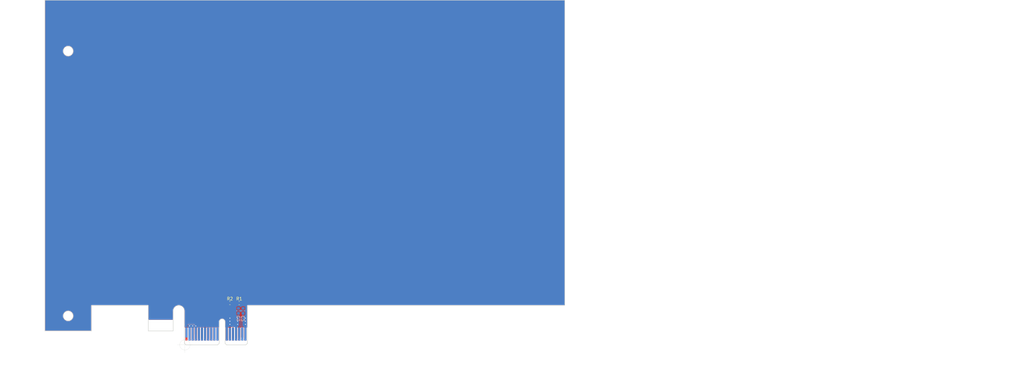
<source format=kicad_pcb>
(kicad_pcb (version 20211014) (generator pcbnew)
  (title_block (title "PCIexpress_x16_full") (company "Author: Luca Anastasio"))
  (layers (0 "F.Cu" power) (1 "In1.Cu" power) (2 "In2.Cu" power) (31 "B.Cu" power) (34 "B.Paste" user) (35 "F.Paste" user) (36 "B.SilkS" user "B.Silkscreen") (37 "F.SilkS" user "F.Silkscreen") (38 "B.Mask" user) (39 "F.Mask" user) (44 "Edge.Cuts" user))
  (net 0 "")
  (net 1 "GND")
  (net 2 "+12V")
  (net 3 "+3V3")
  (net 4 "+3.3VA")
  (net 5 "Net-(J2-PadB12)")
  (net 6 "/PER0_P")
  (net 7 "/PER0_N")
  (net 8 "/SMCLK")
  (net 9 "/SMDAT")
  (net 10 "/~{TRST}")
  (net 11 "/~{WAKE}")
  (net 12 "/PET0_P")
  (net 13 "/PET0_N")
  (net 14 "/~{PRSNT2x1}")
  (net 15 "/~{PRSNT1}")
  (net 16 "/TCK")
  (net 17 "/TDI")
  (net 18 "/TDO")
  (net 19 "/TMS")
  (net 20 "/~{PERST}")
  (net 21 "/REFCLK-")
  (net 22 "/REFCLK+")
  (net 23 "/PCIexpress_connector/_PER0_P")
  (net 24 "/PCIexpress_connector/_PER0_N")
  (footprint "Resistor_SMD:R_0603_1608Metric" (layer "F.Cu") (at 127.125 180.625)
    (fp_text reference "R1" (at 0 -1.375) (layer "F.SilkS"))
    (fp_text value "49.9")
    (fp_line (start -0.162779 0.51) (end 0.162779 0.51) (layer "F.SilkS") (width 0.12))
    (fp_line (start -0.162779 -0.51) (end 0.162779 -0.51) (layer "F.SilkS") (width 0.12))
    (pad "1" smd roundrect locked (at -0.7875 0) (size 0.875 0.95) (layers "F.Cu" "F.Paste" "F.Mask") (net 13 "/PET0_N"))
    (pad "2" smd roundrect locked (at 0.7875 0) (size 0.875 0.95) (layers "F.Cu" "F.Paste" "F.Mask") (net 1 "GND"))
  )
  (footprint "Resistor_SMD:R_0603_1608Metric" (layer "F.Cu") (at 124.125 180.625 180)
    (fp_text reference "R2" (at 0 1.375) (layer "F.SilkS"))
    (fp_text value "49.9")
    (fp_line (start -0.162779 0.51) (end 0.162779 0.51) (layer "F.SilkS") (width 0.12))
    (fp_line (start -0.162779 -0.51) (end 0.162779 -0.51) (layer "F.SilkS") (width 0.12))
    (pad "1" smd roundrect locked (at -0.7875 0 180) (size 0.875 0.95) (layers "F.Cu" "F.Paste" "F.Mask") (net 12 "/PET0_P"))
    (pad "2" smd roundrect locked (at 0.7875 0 180) (size 0.875 0.95) (layers "F.Cu" "F.Paste" "F.Mask") (net 1 "GND"))
  )
  (footprint "PCIexpress:PCIexpress_bracket_full" (layer "F.Cu") (at 109.625 194.125)
    (fp_text reference "J1" hide)
    (fp_text value "PCIexpress_bracket")
  )
  (footprint "PCIexpress:PCIexpress_x1" (layer "F.Cu") (at 109.625 194.125)
    (fp_text reference "J2" hide)
    (fp_text value "PCIexpress_x1")
    (pad "A1" connect rect locked (at 0.5 -4) (size 0.7 3.2) (layers "B.Cu") (net 15 "/~{PRSNT1}"))
    (pad "A2" connect rect locked (at 1.5 -3.5) (size 0.7 4.2) (layers "B.Cu") (net 2 "+12V"))
    (pad "A3" connect rect locked (at 2.5 -3.5) (size 0.7 4.2) (layers "B.Cu") (net 2 "+12V"))
    (pad "A4" connect rect locked (at 3.5 -3.5) (size 0.7 4.2) (layers "B.Cu") (net 1 "GND"))
    (pad "A5" connect rect locked (at 4.5 -3.5) (size 0.7 4.2) (layers "B.Cu") (net 16 "/TCK"))
    (pad "A6" connect rect locked (at 5.5 -3.5) (size 0.7 4.2) (layers "B.Cu") (net 17 "/TDI"))
    (pad "A7" connect rect locked (at 6.5 -3.5) (size 0.7 4.2) (layers "B.Cu") (net 18 "/TDO"))
    (pad "A8" connect rect locked (at 7.5 -3.5) (size 0.7 4.2) (layers "B.Cu") (net 19 "/TMS"))
    (pad "A9" connect rect locked (at 8.5 -3.5) (size 0.7 4.2) (layers "B.Cu") (net 3 "+3V3"))
    (pad "A10" connect rect locked (at 9.5 -3.5) (size 0.7 4.2) (layers "B.Cu") (net 3 "+3V3"))
    (pad "A11" connect rect locked (at 10.5 -3.5) (size 0.7 4.2) (layers "B.Cu") (net 20 "/~{PERST}"))
    (pad "A12" connect rect locked (at 13.5 -3.5) (size 0.7 4.2) (layers "B.Cu") (net 1 "GND"))
    (pad "A13" connect rect locked (at 14.5 -3.5) (size 0.7 4.2) (layers "B.Cu") (net 22 "/REFCLK+"))
    (pad "A14" connect rect locked (at 15.5 -3.5) (size 0.7 4.2) (layers "B.Cu") (net 21 "/REFCLK-"))
    (pad "A15" connect rect locked (at 16.5 -3.5) (size 0.7 4.2) (layers "B.Cu") (net 1 "GND"))
    (pad "A16" connect rect locked (at 17.5 -3.5) (size 0.7 4.2) (layers "B.Cu") (net 23 "/PCIexpress_connector/_PER0_P"))
    (pad "A17" connect rect locked (at 18.5 -3.5) (size 0.7 4.2) (layers "B.Cu") (net 24 "/PCIexpress_connector/_PER0_N"))
    (pad "A18" connect rect locked (at 19.5 -3.5) (size 0.7 4.2) (layers "B.Cu") (net 1 "GND"))
    (pad "B1" connect rect locked (at 0.5 -3.5) (size 0.7 4.2) (layers "F.Cu") (net 2 "+12V"))
    (pad "B2" connect rect locked (at 1.5 -3.5) (size 0.7 4.2) (layers "F.Cu") (net 2 "+12V"))
    (pad "B3" connect rect locked (at 2.5 -3.5) (size 0.7 4.2) (layers "F.Cu") (net 2 "+12V"))
    (pad "B4" connect rect locked (at 3.5 -3.5) (size 0.7 4.2) (layers "F.Cu") (net 1 "GND"))
    (pad "B5" connect rect locked (at 4.5 -3.5) (size 0.7 4.2) (layers "F.Cu") (net 8 "/SMCLK"))
    (pad "B6" connect rect locked (at 5.5 -3.5) (size 0.7 4.2) (layers "F.Cu") (net 9 "/SMDAT"))
    (pad "B7" connect rect locked (at 6.5 -3.5) (size 0.7 4.2) (layers "F.Cu") (net 1 "GND"))
    (pad "B8" connect rect locked (at 7.5 -3.5) (size 0.7 4.2) (layers "F.Cu") (net 3 "+3V3"))
    (pad "B9" connect rect locked (at 8.5 -3.5) (size 0.7 4.2) (layers "F.Cu") (net 10 "/~{TRST}"))
    (pad "B10" connect rect locked (at 9.5 -3.5) (size 0.7 4.2) (layers "F.Cu") (net 4 "+3.3VA"))
    (pad "B11" connect rect locked (at 10.5 -3.5) (size 0.7 4.2) (layers "F.Cu") (net 11 "/~{WAKE}"))
    (pad "B12" connect rect locked (at 13.5 -3.5) (size 0.7 4.2) (layers "F.Cu") (net 5 "Net-(J2-PadB12)"))
    (pad "B13" connect rect locked (at 14.5 -3.5) (size 0.7 4.2) (layers "F.Cu") (net 1 "GND"))
    (pad "B14" connect rect locked (at 15.5 -3.5) (size 0.7 4.2) (layers "F.Cu") (net 12 "/PET0_P"))
    (pad "B15" connect rect locked (at 16.5 -3.5) (size 0.7 4.2) (layers "F.Cu") (net 13 "/PET0_N"))
    (pad "B16" connect rect locked (at 17.5 -3.5) (size 0.7 4.2) (layers "F.Cu") (net 1 "GND"))
    (pad "B17" connect rect locked (at 18.5 -4) (size 0.7 3.2) (layers "F.Cu") (net 14 "/~{PRSNT2x1}"))
    (pad "B18" connect rect locked (at 19.5 -3.5) (size 0.7 4.2) (layers "F.Cu") (net 1 "GND"))
  )
  (footprint "Capacitor_SMD:C_0603_1608Metric" (layer "B.Cu") (at 126.875 183.125 -90)
    (fp_text reference "C1" (at 2.5 0 90) (layer "B.SilkS") (effects (justify mirror)))
    (fp_text value "100n")
    (fp_line (start -0.162779 0.51) (end 0.162779 0.51) (layer "B.SilkS") (width 0.12))
    (fp_line (start -0.162779 -0.51) (end 0.162779 -0.51) (layer "B.SilkS") (width 0.12))
    (pad "1" smd roundrect locked (at -0.7875 0 270) (size 0.875 0.95) (layers "B.Cu" "B.Paste" "B.Mask") (net 6 "/PER0_P"))
    (pad "2" smd roundrect locked (at 0.7875 0 270) (size 0.875 0.95) (layers "B.Cu" "B.Paste" "B.Mask") (net 23 "/PCIexpress_connector/_PER0_P"))
  )
  (footprint "Capacitor_SMD:C_0603_1608Metric" (layer "B.Cu") (at 128.375 183.125 90)
    (fp_text reference "C2" (at -2.5 0 90) (layer "B.SilkS") (effects (justify mirror)))
    (fp_text value "100n")
    (fp_line (start -0.162779 0.51) (end 0.162779 0.51) (layer "B.SilkS") (width 0.12))
    (fp_line (start -0.162779 -0.51) (end 0.162779 -0.51) (layer "B.SilkS") (width 0.12))
    (pad "1" smd roundrect locked (at -0.7875 0 90) (size 0.875 0.95) (layers "B.Cu" "B.Paste" "B.Mask") (net 24 "/PCIexpress_connector/_PER0_N"))
    (pad "2" smd roundrect locked (at 0.7875 0 90) (size 0.875 0.95) (layers "B.Cu" "B.Paste" "B.Mask") (net 7 "/PER0_N"))
  )
  (gr_arc (start 120.675 186.675) (mid 121.625 185.725) (end 122.575 186.675) (layer "Edge.Cuts") (width 0.15))
  (gr_circle (center 71.975 99.375) (end 73.575 99.375) (layer "Edge.Cuts") (width 0.15) (fill none))
  (gr_line (start 109.475 183.2) (end 109.475 193.625) (layer "Edge.Cuts") (width 0.15))
  (gr_line (start 64.475 189.625) (end 79.475 189.625) (layer "Edge.Cuts") (width 0.15))
  (gr_line (start 79.475 189.625) (end 79.475 181.375) (layer "Edge.Cuts") (width 0.15))
  (gr_line (start 129.775 193.625) (end 129.275 194.125) (layer "Edge.Cuts") (width 0.15))
  (gr_line (start 232.125 82.975) (end 232.1277 181.375) (layer "Edge.Cuts") (width 0.15))
  (gr_line (start 97.825 181.375) (end 97.825 189.625) (layer "Edge.Cuts") (width 0.15))
  (gr_line (start 79.475 181.375) (end 97.825 181.375) (layer "Edge.Cuts") (width 0.15))
  (gr_line (start 109.975 194.125) (end 120.175 194.125) (layer "Edge.Cuts") (width 0.15))
  (gr_line (start 232.1277 181.375) (end 129.775 181.375) (layer "Edge.Cuts") (width 0.15))
  (gr_line (start 97.825 189.625) (end 105.825 189.625) (layer "Edge.Cuts") (width 0.15))
  (gr_circle (center 71.975 184.775) (end 73.575 184.775) (layer "Edge.Cuts") (width 0.15) (fill none))
  (gr_line (start 129.775 181.375) (end 129.775 193.625) (layer "Edge.Cuts") (width 0.15))
  (gr_line (start 120.675 193.625) (end 120.675 186.675) (layer "Edge.Cuts") (width 0.15))
  (gr_arc (start 105.825 183.2) (mid 107.65 181.375) (end 109.475 183.2) (layer "Edge.Cuts") (width 0.15))
  (gr_line (start 122.575 193.625) (end 123.075 194.125) (layer "Edge.Cuts") (width 0.15))
  (gr_line (start 64.475 82.975) (end 64.475 189.625) (layer "Edge.Cuts") (width 0.15))
  (gr_line (start 109.475 193.625) (end 109.975 194.125) (layer "Edge.Cuts") (width 0.15))
  (gr_line (start 105.825 189.625) (end 105.825 183.2) (layer "Edge.Cuts") (width 0.15))
  (gr_line (start 120.175 194.125) (end 120.675 193.625) (layer "Edge.Cuts") (width 0.15))
  (gr_line (start 64.475 82.975) (end 232.125 82.975) (layer "Edge.Cuts") (width 0.15))
  (gr_line (start 129.275 194.125) (end 123.075 194.125) (layer "Edge.Cuts") (width 0.15))
  (gr_line (start 122.575 186.675) (end 122.575 193.625) (layer "Edge.Cuts") (width 0.15))
  (target plus (at 109.625 194.125) (size 5) (width 0.05) (layer "Edge.Cuts"))
  (segment (start 113.125 188.125) (end 113.125 188.125) (width 0.7) (layer "F.Cu") (net 1))
  (segment (start 113.125 190.625) (end 113.125 188) (width 0.7) (layer "F.Cu") (net 1))
  (via (at 124.125 185.5) (size 0.55) (drill 0.3) (layers "F.Cu" "B.Cu") (net 1))
  (via (at 129.125 185.5) (size 0.55) (drill 0.3) (layers "F.Cu" "B.Cu") (net 1))
  (via (at 126.625 185.5) (size 0.55) (drill 0.3) (layers "F.Cu" "B.Cu") (net 1))
  (via (at 126.625 187.5) (size 0.55) (drill 0.3) (layers "F.Cu" "B.Cu") (net 1))
  (via (at 126.625 186.5) (size 0.55) (drill 0.3) (layers "F.Cu" "B.Cu") (net 1))
  (via (at 129.125 187.5) (size 0.55) (drill 0.3) (layers "F.Cu" "B.Cu") (net 1))
  (via (at 124.125 186.5) (size 0.55) (drill 0.3) (layers "F.Cu" "B.Cu") (net 1))
  (via (at 113.125 188) (size 0.55) (drill 0.3) (layers "F.Cu" "B.Cu") (net 1))
  (via (at 129.125 186.5) (size 0.55) (drill 0.3) (layers "F.Cu" "B.Cu") (net 1))
  (via (at 124.125 187.5) (size 0.55) (drill 0.3) (layers "F.Cu" "B.Cu") (net 1))
  (segment (start 111.125 190.625) (end 111.125 188) (width 0.0889) (layer "F.Cu") (net 2))
  (via (at 111.125 188) (size 0.55) (drill 0.3) (layers "F.Cu" "B.Cu") (net 2))
  (via (at 112.125 188) (size 0.55) (drill 0.3) (layers "F.Cu" "B.Cu") (net 2))
  (segment (start 124.9125 181.26875) (end 124.9125 180.625) (width 0.2) (layer "F.Cu") (net 12))
  (segment (start 125.425 181.78125) (end 124.9125 181.26875) (width 0.2) (layer "F.Cu") (net 12))
  (segment (start 125.125 188.375) (end 125.425 188.075) (width 0.2) (layer "F.Cu") (net 12))
  (segment (start 125.125 190.625) (end 125.125 188.375) (width 0.2) (layer "F.Cu") (net 12))
  (segment (start 125.425 188.075) (end 125.425 181.78125) (width 0.2) (layer "F.Cu") (net 12))
  (segment (start 125.825 181.8) (end 126.3375 181.2875) (width 0.2) (layer "F.Cu") (net 13))
  (segment (start 126.3375 181.2875) (end 126.3375 180.625) (width 0.2) (layer "F.Cu") (net 13))
  (segment (start 126.125 188.375) (end 125.825 188.075) (width 0.2) (layer "F.Cu") (net 13))
  (segment (start 126.125 190.625) (end 126.125 188.375) (width 0.2) (layer "F.Cu") (net 13))
  (segment (start 125.825 188.075) (end 125.825 181.8) (width 0.2) (layer "F.Cu") (net 13))
  (segment (start 127.425 188.075) (end 127.125 188.375) (width 0.2) (layer "B.Cu") (net 23))
  (segment (start 127.425 185.05) (end 127.425 188.075) (width 0.2) (layer "B.Cu") (net 23))
  (segment (start 126.875 184.5) (end 127.425 185.05) (width 0.2) (layer "B.Cu") (net 23))
  (segment (start 127.125 188.375) (end 127.125 190.625) (width 0.2) (layer "B.Cu") (net 23))
  (segment (start 126.875 183.9125) (end 126.875 184.5) (width 0.2) (layer "B.Cu") (net 23))
  (segment (start 127.825 185.05) (end 127.825 188.075) (width 0.2) (layer "B.Cu") (net 24))
  (segment (start 127.825 188.075) (end 128.125 188.375) (width 0.2) (layer "B.Cu") (net 24))
  (segment (start 128.125 188.375) (end 128.125 190.625) (width 0.2) (layer "B.Cu") (net 24))
  (segment (start 128.375 184.5) (end 127.825 185.05) (width 0.2) (layer "B.Cu") (net 24))
  (segment (start 128.375 183.9125) (end 128.375 184.5) (width 0.2) (layer "B.Cu") (net 24))
  (zone (net 2) (net_name "+12V") (layer "F.Cu") (priority 2) (connect_pads thru_hole_only (clearance 0)) (min_thickness 0.25) (fill yes (thermal_gap 0.508) (thermal_bridge_width 0.508))
    (polygon (pts (xy 112.625 188.526) (xy 109.375 188.526) (xy 109.375 187.5) (xy 112.625 187.5)))
  )
  (zone (net 0) (net_name "") (layers "F.Cu" "In1.Cu" "In2.Cu" "B.Cu") (connect_pads (clearance 0)) (min_thickness 0.254)
    (keepout (tracks not_allowed) (vias not_allowed) (pads allowed) (copperpour not_allowed) (footprints allowed))
    (fill (thermal_gap 0.508) (thermal_bridge_width 0.508))
    (polygon (pts (xy 97.825 186.125) (xy 105.825 186.125) (xy 105.825 189.625) (xy 97.825 189.625)))
  )
  (zone (net 1) (net_name "GND") (layer "F.Cu") (connect_pads thru_hole_only (clearance 0)) (min_thickness 0.25) (fill yes (thermal_gap 0.508) (thermal_bridge_width 0.508))
    (polygon (pts (xy 64.5 83) (xy 232.125 83) (xy 232.125 181.375) (xy 129.875 181.375) (xy 129.875 188.525) (xy 109.375 188.525) (xy 109.375 183.25) (xy 105.875 183.25) (xy 105.875 186) (xy 97.75 186) (xy 97.75 181.375) (xy 79.5 181.375) (xy 79.5 189.625) (xy 64.5 189.625)))
  )
  (zone (net 2) (net_name "+12V") (layer "B.Cu") (priority 2) (connect_pads thru_hole_only (clearance 0)) (min_thickness 0.25) (fill yes (thermal_gap 0.508) (thermal_bridge_width 0.508))
    (polygon (pts (xy 112.625 188.526) (xy 110.625 188.526) (xy 110.625 187.5) (xy 112.625 187.5)))
  )
  (zone (net 1) (net_name "GND") (layer "B.Cu") (connect_pads thru_hole_only (clearance 0)) (min_thickness 0.25) (fill yes (thermal_gap 0.508) (thermal_bridge_width 0.508))
    (polygon (pts (xy 64.5 83) (xy 232.125 83) (xy 232.125 181.375) (xy 129.875 181.375) (xy 129.875 188.525) (xy 109.375 188.525) (xy 109.375 183.25) (xy 105.875 183.25) (xy 105.875 186) (xy 97.75 186) (xy 97.75 181.375) (xy 79.5 181.375) (xy 79.5 189.625) (xy 64.5 189.625)))
  )
)
</source>
